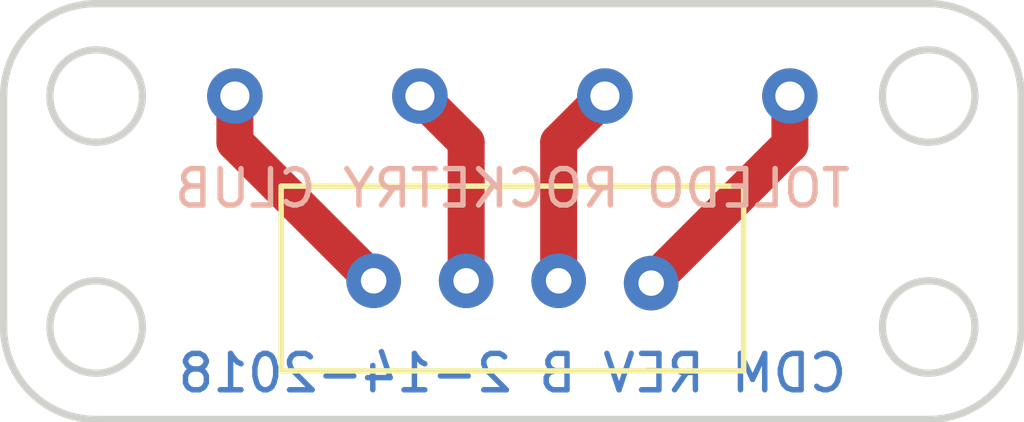
<source format=kicad_pcb>
(kicad_pcb (version 4) (host pcbnew 4.0.5+dfsg1-4)

  (general
    (links 4)
    (no_connects 0)
    (area 74.282299 87.9853 170.280001 102.446103)
    (thickness 1.6)
    (drawings 14)
    (tracks 23)
    (zones 0)
    (modules 2)
    (nets 5)
  )

  (page A4)
  (layers
    (0 F.Cu signal)
    (31 B.Cu signal)
    (32 B.Adhes user)
    (33 F.Adhes user)
    (34 B.Paste user)
    (35 F.Paste user)
    (36 B.SilkS user)
    (37 F.SilkS user)
    (38 B.Mask user)
    (39 F.Mask user)
    (40 Dwgs.User user)
    (41 Cmts.User user)
    (42 Eco1.User user)
    (43 Eco2.User user)
    (44 Edge.Cuts user)
    (45 Margin user)
    (46 B.CrtYd user)
    (47 F.CrtYd user)
    (48 B.Fab user hide)
    (49 F.Fab user hide)
  )

  (setup
    (last_trace_width 0.2032)
    (user_trace_width 0.254)
    (user_trace_width 0.4064)
    (user_trace_width 0.508)
    (user_trace_width 0.7874)
    (user_trace_width 1.016)
    (user_trace_width 1.27)
    (user_trace_width 1.27)
    (user_trace_width 2.032)
    (trace_clearance 0.1397)
    (zone_clearance 0.1524)
    (zone_45_only no)
    (trace_min 0.2)
    (segment_width 0.2)
    (edge_width 0.2)
    (via_size 0.6)
    (via_drill 0.4)
    (via_min_size 0.4)
    (via_min_drill 0.3)
    (uvia_size 0.3)
    (uvia_drill 0.1)
    (uvias_allowed no)
    (uvia_min_size 0)
    (uvia_min_drill 0)
    (pcb_text_width 0.3)
    (pcb_text_size 1.5 1.5)
    (mod_edge_width 0.15)
    (mod_text_size 1 1)
    (mod_text_width 0.15)
    (pad_size 0.55 0.55)
    (pad_drill 0.4)
    (pad_to_mask_clearance 0.2)
    (aux_axis_origin 0 0)
    (visible_elements FFFEFF7F)
    (pcbplotparams
      (layerselection 0x010f0_80000001)
      (usegerberextensions true)
      (excludeedgelayer true)
      (linewidth 0.100000)
      (plotframeref false)
      (viasonmask false)
      (mode 1)
      (useauxorigin false)
      (hpglpennumber 1)
      (hpglpenspeed 20)
      (hpglpendiameter 15)
      (hpglpenoverlay 2)
      (psnegative false)
      (psa4output false)
      (plotreference true)
      (plotvalue true)
      (plotinvisibletext false)
      (padsonsilk false)
      (subtractmaskfromsilk false)
      (outputformat 1)
      (mirror false)
      (drillshape 0)
      (scaleselection 1)
      (outputdirectory "AX5043 REV A GERBER"))
  )

  (net 0 "")
  (net 1 "Net-(P1-Pad1)")
  (net 2 "Net-(P1-Pad2)")
  (net 3 "Net-(P1-Pad3)")
  (net 4 "Net-(P1-Pad4)")

  (net_class Default "This is the default net class."
    (clearance 0.1397)
    (trace_width 0.2032)
    (via_dia 0.6)
    (via_drill 0.4)
    (uvia_dia 0.3)
    (uvia_drill 0.1)
    (add_net "Net-(P1-Pad1)")
    (add_net "Net-(P1-Pad2)")
    (add_net "Net-(P1-Pad3)")
    (add_net "Net-(P1-Pad4)")
  )

  (module MOD:TE1X4_5-103669-3 (layer F.Cu) (tedit 5A655BFF) (tstamp 5A6560AC)
    (at 154.94 93.9165)
    (path /5A20C7B3)
    (fp_text reference P2 (at 0 0.5) (layer F.SilkS) hide
      (effects (font (size 1 1) (thickness 0.15)))
    )
    (fp_text value "TE 1X4" (at 0 -0.5) (layer F.Fab)
      (effects (font (size 1 1) (thickness 0.15)))
    )
    (fp_line (start -5.08 5.08) (end -5.08 0) (layer F.SilkS) (width 0.15))
    (fp_line (start 7.62 5.08) (end -5.08 5.08) (layer F.SilkS) (width 0.15))
    (fp_line (start 7.62 0) (end 7.62 5.08) (layer F.SilkS) (width 0.15))
    (fp_line (start -5.08 0) (end 7.62 0) (layer F.SilkS) (width 0.15))
    (pad 3 thru_hole circle (at 2.54 2.6035) (size 1.5 1.5) (drill 0.7) (layers *.Cu *.Mask)
      (net 3 "Net-(P1-Pad3)"))
    (pad 2 thru_hole circle (at 0 2.6035) (size 1.5 1.5) (drill 0.7) (layers *.Cu *.Mask)
      (net 2 "Net-(P1-Pad2)"))
    (pad 1 thru_hole circle (at -2.54 2.6035) (size 1.5 1.5) (drill 0.7) (layers *.Cu *.Mask)
      (net 1 "Net-(P1-Pad1)"))
    (pad 4 thru_hole circle (at 5.08 2.667) (size 1.5 1.5) (drill 0.7) (layers *.Cu *.Mask)
      (net 4 "Net-(P1-Pad4)"))
  )

  (module "MOD:4 PIN POGO" (layer F.Cu) (tedit 5A655326) (tstamp 5A84D658)
    (at 156.21 91.44)
    (path /5A656106)
    (fp_text reference P1 (at 1.27 0.5) (layer F.SilkS) hide
      (effects (font (size 1 1) (thickness 0.15)))
    )
    (fp_text value "4 PIN POGO" (at 0 -2.54) (layer F.Fab)
      (effects (font (size 1 1) (thickness 0.15)))
    )
    (pad 1 thru_hole circle (at -7.62 0) (size 1.524 1.524) (drill 0.8) (layers *.Cu *.Mask)
      (net 1 "Net-(P1-Pad1)"))
    (pad 2 thru_hole circle (at -2.54 0) (size 1.524 1.524) (drill 0.8) (layers *.Cu *.Mask)
      (net 2 "Net-(P1-Pad2)"))
    (pad 3 thru_hole circle (at 2.54 0) (size 1.524 1.524) (drill 0.8) (layers *.Cu *.Mask)
      (net 3 "Net-(P1-Pad3)"))
    (pad 4 thru_hole circle (at 7.62 0) (size 1.524 1.524) (drill 0.8) (layers *.Cu *.Mask)
      (net 4 "Net-(P1-Pad4)"))
  )

  (gr_text "TOLEDO ROCKETRY CLUB" (at 156.21 93.98) (layer B.SilkS)
    (effects (font (size 1 1) (thickness 0.15)) (justify mirror))
  )
  (gr_text "CDM REV B 2-14-2018" (at 156.21 99.06) (layer B.Cu)
    (effects (font (size 1 1) (thickness 0.15)) (justify mirror))
  )
  (gr_circle (center 144.78 97.79) (end 144.78 96.52) (layer Edge.Cuts) (width 0.2))
  (gr_circle (center 167.64 97.79) (end 167.64 96.52) (layer Edge.Cuts) (width 0.2))
  (gr_circle (center 144.78 91.44) (end 144.78 90.17) (layer Edge.Cuts) (width 0.2))
  (gr_circle (center 167.64 91.44) (end 167.64 90.17) (layer Edge.Cuts) (width 0.2))
  (gr_arc (start 144.78 91.44) (end 142.24 91.44) (angle 90) (layer Edge.Cuts) (width 0.2))
  (gr_arc (start 144.78 97.79) (end 144.78 100.33) (angle 90) (layer Edge.Cuts) (width 0.2))
  (gr_arc (start 167.64 97.79) (end 170.18 97.79) (angle 90) (layer Edge.Cuts) (width 0.2))
  (gr_arc (start 167.64 91.44) (end 167.64 88.9) (angle 90) (layer Edge.Cuts) (width 0.2))
  (gr_line (start 142.24 97.79) (end 142.24 91.44) (layer Edge.Cuts) (width 0.2))
  (gr_line (start 167.64 100.33) (end 144.78 100.33) (layer Edge.Cuts) (width 0.2))
  (gr_line (start 170.18 91.44) (end 170.18 97.79) (layer Edge.Cuts) (width 0.2))
  (gr_line (start 144.78 88.9) (end 167.64 88.9) (layer Edge.Cuts) (width 0.2))

  (segment (start 95.758 100.838) (end 95.25 101.346) (width 0.7874) (layer In2.Cu) (net 0))
  (segment (start 93.146599 101.671401) (end 93.472 101.346) (width 1.27) (layer In2.Cu) (net 0))
  (segment (start 75.870499 100.596001) (end 87.970292 100.596001) (width 1.27) (layer In2.Cu) (net 0))
  (segment (start 87.970292 100.596001) (end 89.045692 101.671401) (width 1.27) (layer In2.Cu) (net 0))
  (segment (start 89.045692 101.671401) (end 93.146599 101.671401) (width 1.27) (layer In2.Cu) (net 0))
  (segment (start 95.25 101.346) (end 93.472 101.346) (width 0.7874) (layer In2.Cu) (net 0))
  (segment (start 75.1205 101.346) (end 75.870499 100.596001) (width 1.27) (layer In2.Cu) (net 0))
  (segment (start 94.742 101.346) (end 94.442001 101.645999) (width 0.7874) (layer In2.Cu) (net 0))
  (segment (start 93.771999 101.645999) (end 93.472 101.346) (width 0.7874) (layer In2.Cu) (net 0))
  (segment (start 94.442001 101.645999) (end 93.771999 101.645999) (width 0.7874) (layer In2.Cu) (net 0))
  (segment (start 94.742 101.346) (end 95.758 101.346) (width 0.7874) (layer In2.Cu) (net 0))
  (segment (start 93.472 101.346) (end 94.107 101.346) (width 1.27) (layer In2.Cu) (net 0))
  (segment (start 75.057 93.345) (end 76.594401 94.882401) (width 1.27) (layer In2.Cu) (net 0))
  (segment (start 76.594401 94.882401) (end 76.594401 99.872099) (width 1.27) (layer In2.Cu) (net 0))
  (segment (start 76.594401 99.872099) (end 75.870499 100.596001) (width 1.27) (layer In2.Cu) (net 0))
  (segment (start 148.59 91.44) (end 148.59 92.71) (width 1.016) (layer F.Cu) (net 1))
  (segment (start 148.59 92.71) (end 152.4 96.52) (width 1.016) (layer F.Cu) (net 1))
  (segment (start 154.94 96.52) (end 154.94 92.71) (width 1.016) (layer F.Cu) (net 2))
  (segment (start 154.94 92.71) (end 153.67 91.44) (width 1.016) (layer F.Cu) (net 2))
  (segment (start 157.48 96.52) (end 157.48 92.71) (width 1.016) (layer F.Cu) (net 3))
  (segment (start 157.48 92.71) (end 158.75 91.44) (width 1.016) (layer F.Cu) (net 3))
  (segment (start 163.83 91.44) (end 163.83 92.7735) (width 1.016) (layer F.Cu) (net 4))
  (segment (start 163.83 92.7735) (end 160.02 96.5835) (width 1.016) (layer F.Cu) (net 4))

)

</source>
